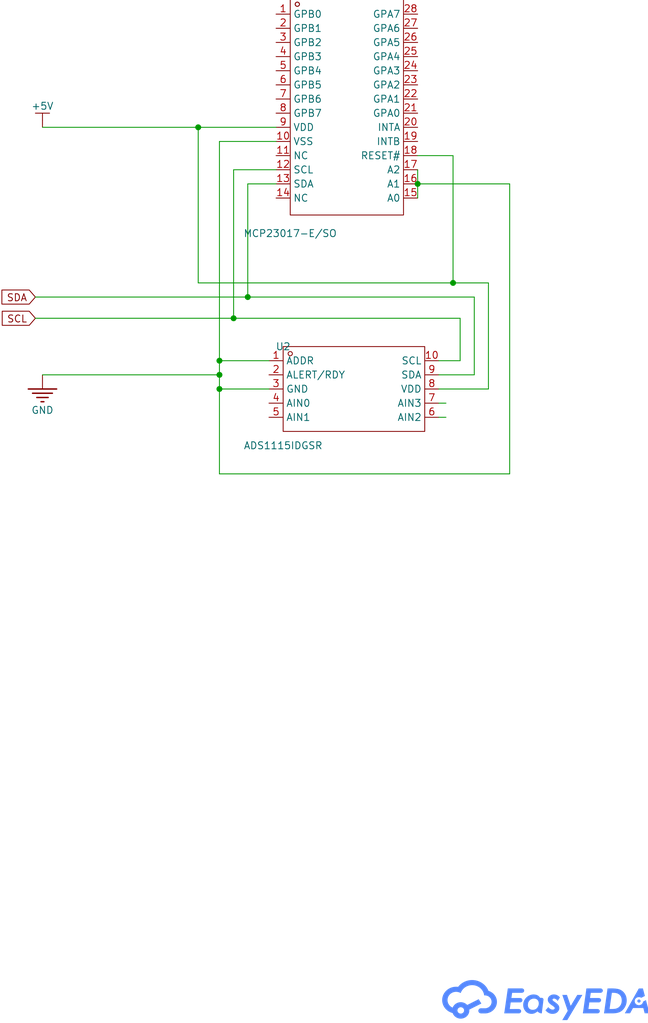
<source format=kicad_sch>
(kicad_sch (version 20250114) (generator "eeschema") (generator_version "9.0")
  (paper "User" 116.256 183.693)
  (lib_symbols
    (symbol "ProPrj_Pra-easyedapro:ADS1115IDGSR"
      (property "Reference" "U" (at 0 0 0))
      (symbol "ADS1115IDGSR_1_0"
        (pin unspecified line (at -15.24 5.08 0) (length 2.54) (name "ADDR") (number "1"))
        (pin unspecified line (at -15.24 2.54 0) (length 2.54) (name "ALERT/RDY") (number "2"))
        (pin unspecified line (at -15.24 0 0) (length 2.54) (name "GND") (number "3"))
        (pin unspecified line (at -15.24 -2.54 0) (length 2.54) (name "AIN0") (number "4"))
        (pin unspecified line (at -15.24 -5.08 0) (length 2.54) (name "AIN1") (number "5"))
        (pin unspecified line (at 15.24 5.08 180) (length 2.54) (name "SCL") (number "10"))
        (pin unspecified line (at 15.24 2.54 180) (length 2.54) (name "SDA") (number "9"))
        (pin unspecified line (at 15.24 0 180) (length 2.54) (name "VDD") (number "8"))
        (pin unspecified line (at 15.24 -2.54 180) (length 2.54) (name "AIN3") (number "7"))
        (pin unspecified line (at 15.24 -5.08 180) (length 2.54) (name "AIN2") (number "6"))
      )
    )
    (symbol "ProPrj_Pra-easyedapro:Drawing-Symbol_A4")
    (symbol "ProPrj_Pra-easyedapro:Ground-GND" (power) (pin_numbers (hide yes)) (pin_names (hide yes))
      (property "Value" "GND" (at 0 -6.35 0))
      (symbol "Ground-GND_1_0"
        (pin power_in line (at 0 0 270) (length 2.54) (name "GND") (number "1"))
      )
    )
    (symbol "ProPrj_Pra-easyedapro:MCP23017-E/SO"
      (property "Reference" "U" (at 0 0 0))
      (symbol "MCP23017-E/SO_1_0"
        (pin unspecified line (at -12.7 16.51 0) (length 2.54) (name "GPB0") (number "1"))
        (pin unspecified line (at -12.7 13.97 0) (length 2.54) (name "GPB1") (number "2"))
        (pin unspecified line (at -12.7 11.43 0) (length 2.54) (name "GPB2") (number "3"))
        (pin unspecified line (at -12.7 8.89 0) (length 2.54) (name "GPB3") (number "4"))
        (pin unspecified line (at -12.7 6.35 0) (length 2.54) (name "GPB4") (number "5"))
        (pin unspecified line (at -12.7 3.81 0) (length 2.54) (name "GPB5") (number "6"))
        (pin unspecified line (at -12.7 1.27 0) (length 2.54) (name "GPB6") (number "7"))
        (pin unspecified line (at -12.7 -1.27 0) (length 2.54) (name "GPB7") (number "8"))
        (pin unspecified line (at -12.7 -3.81 0) (length 2.54) (name "VDD") (number "9"))
        (pin unspecified line (at -12.7 -6.35 0) (length 2.54) (name "VSS") (number "10"))
        (pin unspecified line (at -12.7 -8.89 0) (length 2.54) (name "NC") (number "11"))
        (pin unspecified line (at -12.7 -11.43 0) (length 2.54) (name "SCL") (number "12"))
        (pin unspecified line (at -12.7 -13.97 0) (length 2.54) (name "SDA") (number "13"))
        (pin unspecified line (at -12.7 -16.51 0) (length 2.54) (name "NC") (number "14"))
        (pin unspecified line (at 12.7 16.51 180) (length 2.54) (name "GPA7") (number "28"))
        (pin unspecified line (at 12.7 13.97 180) (length 2.54) (name "GPA6") (number "27"))
        (pin unspecified line (at 12.7 11.43 180) (length 2.54) (name "GPA5") (number "26"))
        (pin unspecified line (at 12.7 8.89 180) (length 2.54) (name "GPA4") (number "25"))
        (pin unspecified line (at 12.7 6.35 180) (length 2.54) (name "GPA3") (number "24"))
        (pin unspecified line (at 12.7 3.81 180) (length 2.54) (name "GPA2") (number "23"))
        (pin unspecified line (at 12.7 1.27 180) (length 2.54) (name "GPA1") (number "22"))
        (pin unspecified line (at 12.7 -1.27 180) (length 2.54) (name "GPA0") (number "21"))
        (pin unspecified line (at 12.7 -3.81 180) (length 2.54) (name "INTA") (number "20"))
        (pin unspecified line (at 12.7 -6.35 180) (length 2.54) (name "INTB") (number "19"))
        (pin unspecified line (at 12.7 -8.89 180) (length 2.54) (name "RESET#") (number "18"))
        (pin unspecified line (at 12.7 -11.43 180) (length 2.54) (name "A2") (number "17"))
        (pin unspecified line (at 12.7 -13.97 180) (length 2.54) (name "A1") (number "16"))
        (pin unspecified line (at 12.7 -16.51 180) (length 2.54) (name "A0") (number "15"))
      )
    )
    (symbol "ProPrj_Pra-easyedapro:Power-5V" (power) (pin_numbers (hide yes)) (pin_names (hide yes))
      (symbol "Power-5V_1_0"
        (pin power_in line (at 0 0 90) (length 1.27) (name "+5V") (number "1"))
      )
    )
  )
  (junction (at 74.93 33.02))
  (junction (at 39.37 64.77))
  (junction (at 44.45 53.34))
  (junction (at 35.56 22.86))
  (junction (at 39.37 67.31))
  (junction (at 39.37 69.85))
  (junction (at 41.91 57.15))
  (junction (at 81.28 50.8))
  (wire (pts (xy 39.37 67.31) (xy 39.37 64.77)))
  (wire (pts (xy 81.28 27.94) (xy 81.28 50.8)))
  (wire (pts (xy 39.37 64.77) (xy 48.26 64.77)))
  (wire (pts (xy 91.44 85.09) (xy 39.37 85.09)))
  (wire (pts (xy 81.28 50.8) (xy 87.63 50.8)))
  (wire (pts (xy 41.91 57.15) (xy 6.35 57.15)))
  (wire (pts (xy 82.55 64.77) (xy 78.74 64.77)))
  (wire (pts (xy 78.74 69.85) (xy 87.63 69.85)))
  (wire (pts (xy 39.37 69.85) (xy 39.37 85.09)))
  (wire (pts (xy 44.45 53.34) (xy 85.09 53.34)))
  (wire (pts (xy 49.53 30.48) (xy 41.91 30.48)))
  (wire (pts (xy 85.09 53.34) (xy 85.09 67.31)))
  (wire (pts (xy 41.91 57.15) (xy 82.55 57.15)))
  (wire (pts (xy 35.56 22.86) (xy 49.53 22.86)))
  (wire (pts (xy 78.74 72.39) (xy 80.01 72.39)))
  (wire (pts (xy 74.93 35.56) (xy 74.93 33.02)))
  (wire (pts (xy 44.45 53.34) (xy 6.35 53.34)))
  (wire (pts (xy 49.53 25.4) (xy 39.37 25.4)))
  (wire (pts (xy 74.93 33.02) (xy 91.44 33.02)))
  (wire (pts (xy 81.28 50.8) (xy 35.56 50.8)))
  (wire (pts (xy 44.45 33.02) (xy 44.45 53.34)))
  (wire (pts (xy 39.37 25.4) (xy 39.37 64.77)))
  (wire (pts (xy 39.37 69.85) (xy 39.37 67.31)))
  (wire (pts (xy 91.44 33.02) (xy 91.44 85.09)))
  (wire (pts (xy 74.93 33.02) (xy 74.93 30.48)))
  (wire (pts (xy 85.09 67.31) (xy 78.74 67.31)))
  (wire (pts (xy 35.56 50.8) (xy 35.56 22.86)))
  (wire (pts (xy 39.37 67.31) (xy 7.62 67.31)))
  (wire (pts (xy 41.91 30.48) (xy 41.91 57.15)))
  (wire (pts (xy 39.37 69.85) (xy 48.26 69.85)))
  (wire (pts (xy 87.63 69.85) (xy 87.63 50.8)))
  (wire (pts (xy 35.56 22.86) (xy 7.62 22.86)))
  (wire (pts (xy 49.53 33.02) (xy 44.45 33.02)))
  (wire (pts (xy 74.93 27.94) (xy 81.28 27.94)))
  (wire (pts (xy 82.55 57.15) (xy 82.55 64.77)))
  (wire (pts (xy 78.74 74.93) (xy 80.01 74.93)))
  (global_label "SDA" (shape input) (at 6.35 53.34 180) (property "Intersheetrefs" "${INTERSHEET_REFS}" (effects (hide yes))))
  (global_label "SCL" (shape input) (at 6.35 57.15 180) (property "Intersheetrefs" "${INTERSHEET_REFS}" (effects (hide yes))))
  (symbol (lib_id "ProPrj_Pra-easyedapro:MCP23017-E/SO") (at 62.23 19.05 0) (unit 1)
    (property "Reference" "U1" (at 52.07 -1.27 0))
    (property "Value" "MCP23017-E/SO" (at 52.07 41.91 0))
    (property "Footprint" "ProPrj_Pra-easyedapro:SOIC-28_L18.0-W7.5-P1.27-LS10.3-BL" (effects (hide yes)))
    (property "Datasheet" "https://atta.szlcsc.com/upload/public/pdf/source/20221209/1BF939F88C2D907BC056D7BF485E3103.pdf" (effects (hide yes)))
    (property "Description" "Interface:- Number of I/O:16 Interrupt Output:With Interrupt Output Output Type:- Voltage - Supply:1.8V~5.5V Voltage - Supply:1.8V~5.5V Current - Output Low(IOL):- Current - Output High(IOH):- Clock Frequency:1.7MHz Operating Temperature:-40°C~+85°C Operati" (effects (hide yes)))
    (property "Manufacturer Part" "MCP23017-E/SO" (effects (hide yes)))
    (property "Manufacturer" "MICROCHIP(美国微芯)" (effects (hide yes)))
    (property "Supplier Part" "C47023" (effects (hide yes)))
    (property "Supplier" "LCSC" (effects (hide yes)))
    (property "LCSC Part Name" "16位I/O扩展器带串行接口" (effects (hide yes)))
  )
  (symbol (lib_id "ProPrj_Pra-easyedapro:Power-5V") (at 7.62 22.86 0) (unit 1)
    (property "Reference" "#PWR?" (effects (hide yes)))
    (property "Value" "+5V" (at 7.62 19.05 0))
    (property "Footprint" "ProPrj_Pra-easyedapro:" (effects (hide yes)))
    (property "Description" "Power-5V" (effects (hide yes)))
  )
  (symbol (lib_id "ProPrj_Pra-easyedapro:ADS1115IDGSR") (at 63.5 69.85 0) (unit 1)
    (property "Reference" "U2" (at 50.8 62.23 0))
    (property "Value" "ADS1115IDGSR" (at 50.8 80.01 0))
    (property "Footprint" "ProPrj_Pra-easyedapro:MSOP-10_L3.0-W3.0-P0.50-LS5.0-BL" (effects (hide yes)))
    (property "Datasheet" "https://www.ti.com/cn/lit/gpn/ads1115" (effects (hide yes)))
    (property "Description" "Resolution(Bits):16Bit Sampling Rate:- number of channels:4 Voltage - Supply:2V~5.5V Voltage - Supply:2V~5.5V Interface:I2C differential input:- Integral non - linearity:1LSB Integral non - linearity:1LSB Operating Temperature:-40°C~+125°C Operating Tempera" (effects (hide yes)))
    (property "Manufacturer Part" "ADS1115IDGSR" (effects (hide yes)))
    (property "Manufacturer" "TI(德州仪器)" (effects (hide yes)))
    (property "Supplier Part" "C37593" (effects (hide yes)))
    (property "Supplier" "LCSC" (effects (hide yes)))
    (property "LCSC Part Name" "具有内部基准、振荡器和可编程比较器且兼容 I2C 的ADS111x、超小型、低功耗 860SPS、16位ADC" (effects (hide yes)))
  )
  (symbol (lib_id "ProPrj_Pra-easyedapro:Drawing-Symbol_A4") (at -45.72 186.69 0) (unit 1)
    (property "Reference" "?" (at -45.72 186.69 0))
    (property "Footprint" "ProPrj_Pra-easyedapro:" (effects (hide yes)))
    (property "@Board Name" "4 Analog Inputs" (at -45.72 186.69 0))
    (property "@Create Date" "2025-08-15" (at -45.72 186.69 0))
    (property "@Create Time" "06:25:33" (at -45.72 186.69 0))
    (property "@Page Count" "1" (at -45.72 186.69 0))
    (property "@Page Name" "P1" (at -45.72 186.69 0))
    (property "@Page No" "1" (at -45.72 186.69 0))
    (property "@Project Name" "Practice 4 layer" (at -45.72 186.69 0))
    (property "@Schematic Name" "Analog Inputs" (at -45.72 186.69 0))
    (property "@Update Date" "2025-08-16" (at -45.72 186.69 0))
    (property "@Update Time" "22:16:37" (at -45.72 186.69 0))
    (property "Blade Width" "10" (at -45.72 186.69 0))
    (property "Border" "1" (at -45.72 186.69 0))
    (property "Color" "#000000" (at -45.72 186.69 0))
    (property "Company" "EasyEDA.com" (at -45.72 186.69 0))
    (property "Height" "825" (at -45.72 186.69 0))
    (property "Page Size" "A4" (at -45.72 186.69 0))
    (property "Region Start" "1" (at -45.72 186.69 0))
    (property "Title Block" "1" (at -45.72 186.69 0))
    (property "Title Block Position" "3" (at -45.72 186.69 0))
    (property "Version" "V1.0" (at -45.72 186.69 0))
    (property "Width" "1170" (at -45.72 186.69 0))
    (property "X Region Count" "6" (at -45.72 186.69 0))
    (property "Y Region Count" "4" (at -45.72 186.69 0))
  )
  (symbol (lib_id "ProPrj_Pra-easyedapro:Ground-GND") (at 7.62 67.31 0) (unit 1)
    (property "Reference" "#PWR?" (effects (hide yes)))
    (property "Value" "GND" (at 7.62 73.66 0))
    (property "Footprint" "ProPrj_Pra-easyedapro:" (effects (hide yes)))
  )
)
</source>
